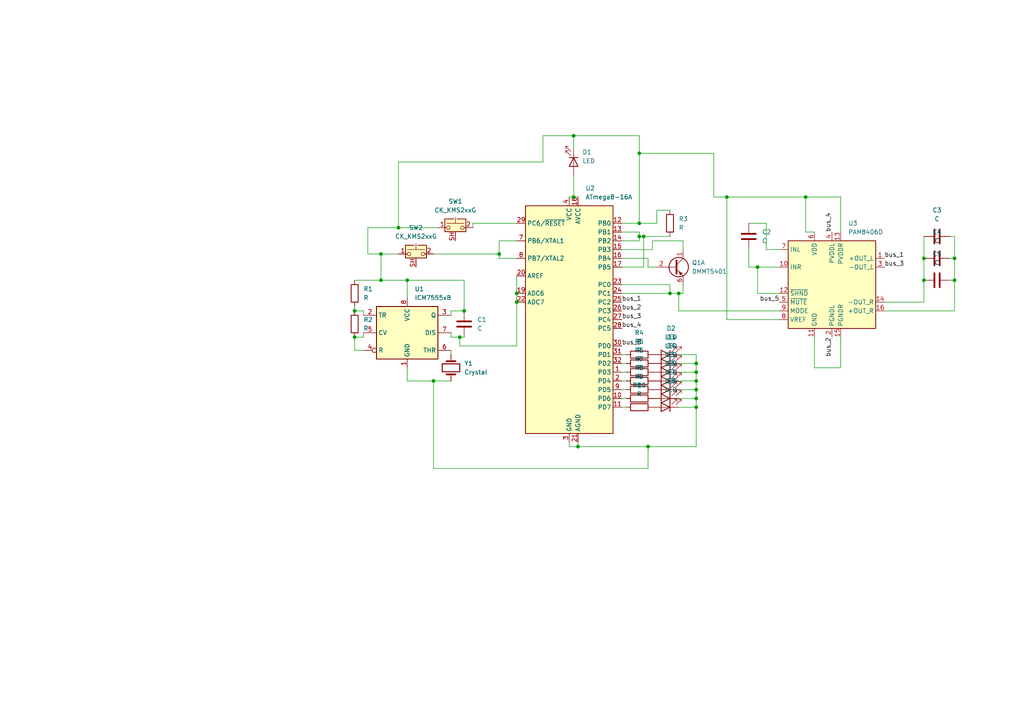
<source format=kicad_sch>
(kicad_sch (version 20250114) (generator "eeschema") (generator_version "9.0")
  (paper "A4")
  (lib_symbols
    (symbol "Amplifier_Audio:PAM8406D"
      (property "Reference" "U" (at -12.7 -15.24 0))
      (property "Value" "PAM8406D" (at -10.16 -17.78 0))
      (symbol "PAM8406D_0_1"
        (rectangle (start -12.7 12.7) (end 12.7 -12.7) (stroke (width 0.254)) (fill (type background)))
      )
      (symbol "PAM8406D_1_1"
        (pin input line (at -15.24 10.16 0) (length 2.54) (name "INL") (number "7"))
        (pin input line (at -15.24 5.08 0) (length 2.54) (name "INR") (number "10"))
        (pin input line (at -15.24 -2.54 0) (length 2.54) (name "~{SHND}") (number "12"))
        (pin input line (at -15.24 -5.08 0) (length 2.54) (name "~{MUTE}") (number "5"))
        (pin input line (at -15.24 -7.62 0) (length 2.54) (name "MODE") (number "9"))
        (pin passive line (at -15.24 -10.16 0) (length 2.54) (name "VREF") (number "8"))
        (pin power_in line (at -5.08 15.24 270) (length 2.54) (name "VDD") (number "6"))
        (pin power_in line (at -5.08 -15.24 90) (length 2.54) (name "GND") (number "11"))
        (pin power_in line (at 0 15.24 270) (length 2.54) (name "PVDDL") (number "4"))
        (pin power_in line (at 0 -15.24 90) (length 2.54) (name "PGNDL") (number "2"))
        (pin power_in line (at 2.54 15.24 270) (length 2.54) (name "PVDDR") (number "13"))
        (pin power_in line (at 2.54 -15.24 90) (length 2.54) (name "PGNDR") (number "15"))
        (pin output line (at 15.24 7.62 180) (length 2.54) (name "+OUT_L") (number "1"))
        (pin output line (at 15.24 5.08 180) (length 2.54) (name "-OUT_L") (number "3"))
        (pin output line (at 15.24 -5.08 180) (length 2.54) (name "-OUT_R") (number "14"))
        (pin output line (at 15.24 -7.62 180) (length 2.54) (name "+OUT_R") (number "16"))
      )
    )
    (symbol "Device:C" (pin_numbers (hide yes)) (pin_names (offset 0.254))
      (property "Reference" "C" (at 0.635 2.54 0))
      (property "Value" "C" (at 0.635 -2.54 0))
      (symbol "C_0_1"
        (polyline (pts (xy -2.032 0.762) (xy 2.032 0.762)) (stroke (width 0.508)))
        (polyline (pts (xy -2.032 -0.762) (xy 2.032 -0.762)) (stroke (width 0.508)))
      )
      (symbol "C_1_1"
        (pin passive line (at 0 3.81 270) (length 2.794) (name "~") (number "1"))
        (pin passive line (at 0 -3.81 90) (length 2.794) (name "~") (number "2"))
      )
    )
    (symbol "Device:Crystal" (pin_numbers (hide yes)) (pin_names (offset 1.016) (hide yes))
      (property "Reference" "Y" (at 0 3.81 0))
      (property "Value" "Crystal" (at 0 -3.81 0))
      (symbol "Crystal_0_1"
        (polyline (pts (xy -2.54 0) (xy -1.905 0)))
        (polyline (pts (xy -1.905 -1.27) (xy -1.905 1.27)) (stroke (width 0.508)))
        (rectangle (start -1.143 2.54) (end 1.143 -2.54) (stroke (width 0.3048)))
        (polyline (pts (xy 1.905 -1.27) (xy 1.905 1.27)) (stroke (width 0.508)))
        (polyline (pts (xy 2.54 0) (xy 1.905 0)))
      )
      (symbol "Crystal_1_1"
        (pin passive line (at -3.81 0 0) (length 1.27) (name "1") (number "1"))
        (pin passive line (at 3.81 0 180) (length 1.27) (name "2") (number "2"))
      )
    )
    (symbol "Device:LED" (pin_numbers (hide yes)) (pin_names (offset 1.016) (hide yes))
      (property "Reference" "D" (at 0 2.54 0))
      (property "Value" "LED" (at 0 -2.54 0))
      (symbol "LED_0_1"
        (polyline (pts (xy -3.048 -0.762) (xy -4.572 -2.286) (xy -3.81 -2.286) (xy -4.572 -2.286) (xy -4.572 -1.524)))
        (polyline (pts (xy -1.778 -0.762) (xy -3.302 -2.286) (xy -2.54 -2.286) (xy -3.302 -2.286) (xy -3.302 -1.524)))
        (polyline (pts (xy -1.27 0) (xy 1.27 0)))
        (polyline (pts (xy -1.27 -1.27) (xy -1.27 1.27)) (stroke (width 0.254)))
        (polyline (pts (xy 1.27 -1.27) (xy 1.27 1.27) (xy -1.27 0) (xy 1.27 -1.27)) (stroke (width 0.254)))
      )
      (symbol "LED_1_1"
        (pin passive line (at -3.81 0 0) (length 2.54) (name "K") (number "1"))
        (pin passive line (at 3.81 0 180) (length 2.54) (name "A") (number "2"))
      )
    )
    (symbol "Device:R" (pin_numbers (hide yes)) (pin_names (offset 0))
      (property "Reference" "R" (at 2.032 0 90))
      (property "Value" "R" (at 0 0 90))
      (symbol "R_0_1"
        (rectangle (start -1.016 -2.54) (end 1.016 2.54) (stroke (width 0.254)))
      )
      (symbol "R_1_1"
        (pin passive line (at 0 3.81 270) (length 1.27) (name "~") (number "1"))
        (pin passive line (at 0 -3.81 90) (length 1.27) (name "~") (number "2"))
      )
    )
    (symbol "MCU_Microchip_ATmega:ATmega8-16A"
      (property "Reference" "U" (at -12.7 34.29 0))
      (property "Value" "ATmega8-16A" (at 5.08 -34.29 0))
      (symbol "ATmega8-16A_0_1"
        (rectangle (start -12.7 -33.02) (end 12.7 33.02) (stroke (width 0.254)) (fill (type background)))
      )
      (symbol "ATmega8-16A_1_1"
        (pin bidirectional line (at -15.24 27.94 0) (length 2.54) (name "PC6/~{RESET}") (number "29"))
        (pin bidirectional line (at -15.24 22.86 0) (length 2.54) (name "PB6/XTAL1") (number "7"))
        (pin bidirectional line (at -15.24 17.78 0) (length 2.54) (name "PB7/XTAL2") (number "8"))
        (pin passive line (at -15.24 12.7 0) (length 2.54) (name "AREF") (number "20"))
        (pin input line (at -15.24 7.62 0) (length 2.54) (name "ADC6") (number "19"))
        (pin input line (at -15.24 5.08 0) (length 2.54) (name "ADC7") (number "22"))
        (pin power_in line (at 0 35.56 270) (length 2.54) (name "VCC") (number "4"))
        (pin passive line (at 0 35.56 270) (length 2.54) (hide yes) (name "VCC") (number "6"))
        (pin power_in line (at 0 -35.56 90) (length 2.54) (name "GND") (number "3"))
        (pin passive line (at 0 -35.56 90) (length 2.54) (hide yes) (name "GND") (number "5"))
        (pin power_in line (at 2.54 35.56 270) (length 2.54) (name "AVCC") (number "18"))
        (pin power_in line (at 2.54 -35.56 90) (length 2.54) (name "AGND") (number "21"))
        (pin bidirectional line (at 15.24 27.94 180) (length 2.54) (name "PB0") (number "12"))
        (pin bidirectional line (at 15.24 25.4 180) (length 2.54) (name "PB1") (number "13"))
        (pin bidirectional line (at 15.24 22.86 180) (length 2.54) (name "PB2") (number "14"))
        (pin bidirectional line (at 15.24 20.32 180) (length 2.54) (name "PB3") (number "15"))
        (pin bidirectional line (at 15.24 17.78 180) (length 2.54) (name "PB4") (number "16"))
        (pin bidirectional line (at 15.24 15.24 180) (length 2.54) (name "PB5") (number "17"))
        (pin bidirectional line (at 15.24 10.16 180) (length 2.54) (name "PC0") (number "23"))
        (pin bidirectional line (at 15.24 7.62 180) (length 2.54) (name "PC1") (number "24"))
        (pin bidirectional line (at 15.24 5.08 180) (length 2.54) (name "PC2") (number "25"))
        (pin bidirectional line (at 15.24 2.54 180) (length 2.54) (name "PC3") (number "26"))
        (pin bidirectional line (at 15.24 0 180) (length 2.54) (name "PC4") (number "27"))
        (pin bidirectional line (at 15.24 -2.54 180) (length 2.54) (name "PC5") (number "28"))
        (pin bidirectional line (at 15.24 -7.62 180) (length 2.54) (name "PD0") (number "30"))
        (pin bidirectional line (at 15.24 -10.16 180) (length 2.54) (name "PD1") (number "31"))
        (pin bidirectional line (at 15.24 -12.7 180) (length 2.54) (name "PD2") (number "32"))
        (pin bidirectional line (at 15.24 -15.24 180) (length 2.54) (name "PD3") (number "1"))
        (pin bidirectional line (at 15.24 -17.78 180) (length 2.54) (name "PD4") (number "2"))
        (pin bidirectional line (at 15.24 -20.32 180) (length 2.54) (name "PD5") (number "9"))
        (pin bidirectional line (at 15.24 -22.86 180) (length 2.54) (name "PD6") (number "10"))
        (pin bidirectional line (at 15.24 -25.4 180) (length 2.54) (name "PD7") (number "11"))
      )
    )
    (symbol "Switch:CK_KMS2xxG" (pin_names (offset 1.016) (hide yes))
      (property "Reference" "SW" (at 4.318 2.032 0))
      (property "Value" "CK_KMS2xxG" (at 0 4.572 0))
      (symbol "CK_KMS2xxG_0_1"
        (circle (center -2.032 0) (radius 0.508))
        (polyline (pts (xy 0 1.27) (xy 0 3.048)))
        (polyline (pts (xy 0.508 2.54) (xy 3.048 2.54) (xy 3.048 -1.143) (xy -3.048 -1.143) (xy -3.048 2.54) (xy -0.508 2.54)) (stroke (width -0.0254)))
        (polyline (pts (xy 0.508 2.54) (xy 3.048 2.54) (xy 3.048 -1.143) (xy -3.048 -1.143) (xy -3.048 2.54) (xy -0.508 2.54)) (stroke (width 0.254)))
        (circle (center 2.032 0) (radius 0.508))
        (polyline (pts (xy 2.54 1.27) (xy -2.54 1.27)))
        (pin passive line (at -5.08 0 0) (length 2.54) (name "1") (number "1"))
        (pin passive line (at 5.08 0 180) (length 2.54) (name "2") (number "2"))
      )
      (symbol "CK_KMS2xxG_1_1"
        (rectangle (start -3.048 2.54) (end 3.048 -1.27) (stroke (width -0.0254)) (fill (type background)))
        (pin passive line (at 0 -3.81 90) (length 2.54) (name "B") (number "SH"))
      )
    )
    (symbol "Timer:ICM7555xB"
      (property "Reference" "U" (at -10.16 8.89 0))
      (property "Value" "ICM7555xB" (at 2.54 8.89 0))
      (symbol "ICM7555xB_0_0"
        (pin power_in line (at 0 10.16 270) (length 2.54) (name "VCC") (number "8"))
        (pin power_in line (at 0 -10.16 90) (length 2.54) (name "GND") (number "1"))
      )
      (symbol "ICM7555xB_0_1"
        (rectangle (start -8.89 -7.62) (end 8.89 7.62) (stroke (width 0.254)) (fill (type background)))
        (rectangle (start -8.89 -7.62) (end 8.89 7.62) (stroke (width 0.254)) (fill (type background)))
      )
      (symbol "ICM7555xB_1_1"
        (pin input line (at -12.7 5.08 0) (length 3.81) (name "TR") (number "2"))
        (pin input line (at -12.7 0 0) (length 3.81) (name "CV") (number "5"))
        (pin input inverted (at -12.7 -5.08 0) (length 3.81) (name "R") (number "4"))
        (pin output line (at 12.7 5.08 180) (length 3.81) (name "Q") (number "3"))
        (pin input line (at 12.7 0 180) (length 3.81) (name "DIS") (number "7"))
        (pin input line (at 12.7 -5.08 180) (length 3.81) (name "THR") (number "6"))
      )
    )
    (symbol "Transistor_BJT:DMMT5401" (pin_names (offset 0) (hide yes))
      (property "Reference" "Q" (at 5.08 1.27 0))
      (property "Value" "DMMT5401" (at 5.08 -1.27 0))
      (symbol "DMMT5401_0_1"
        (polyline (pts (xy 0.635 1.905) (xy 0.635 -1.905)) (stroke (width 0.508)))
        (polyline (pts (xy 0.635 0.635) (xy 2.54 2.54)))
        (polyline (pts (xy 0.635 0) (xy -2.54 0)))
        (polyline (pts (xy 0.635 -0.635) (xy 2.54 -2.54)))
        (circle (center 1.27 0) (radius 2.8194) (stroke (width 0.254)))
        (polyline (pts (xy 2.286 -1.778) (xy 1.778 -2.286) (xy 1.27 -1.27) (xy 2.286 -1.778)) (fill (type outline)))
      )
      (symbol "DMMT5401_1_1"
        (pin input line (at -5.08 0 0) (length 2.54) (name "B1") (number "2"))
        (pin passive line (at 2.54 5.08 270) (length 2.54) (name "C1") (number "1"))
        (pin passive line (at 2.54 -5.08 90) (length 2.54) (name "E1") (number "6"))
      )
      (symbol "DMMT5401_2_1"
        (pin input line (at -5.08 0 0) (length 2.54) (name "B2") (number "3"))
        (pin passive line (at 2.54 5.08 270) (length 2.54) (name "C2") (number "4"))
        (pin passive line (at 2.54 -5.08 90) (length 2.54) (name "E2") (number "5"))
      )
    )
  )
  (junction (at 276.86 74.93))
  (junction (at 219.71 77.47))
  (junction (at 118.11 81.28))
  (junction (at 185.42 64.77))
  (junction (at 133.35 97.79))
  (junction (at 201.93 115.57))
  (junction (at 167.64 129.54))
  (junction (at 267.97 81.28))
  (junction (at 102.87 90.17))
  (junction (at 149.86 87.63))
  (junction (at 201.93 105.41))
  (junction (at 210.82 57.15))
  (junction (at 194.31 85.09))
  (junction (at 186.69 68.58))
  (junction (at 201.93 107.95))
  (junction (at 187.96 129.54))
  (junction (at 144.78 73.66))
  (junction (at 267.97 74.93))
  (junction (at 185.42 44.45))
  (junction (at 233.68 57.15))
  (junction (at 134.62 90.17))
  (junction (at 276.86 81.28))
  (junction (at 115.57 66.04))
  (junction (at 201.93 110.49))
  (junction (at 110.49 81.28))
  (junction (at 185.42 68.58))
  (junction (at 196.85 85.09))
  (junction (at 201.93 113.03))
  (junction (at 102.87 97.79))
  (junction (at 110.49 73.66))
  (junction (at 166.37 39.37))
  (junction (at 149.86 85.09))
  (junction (at 166.37 57.15))
  (junction (at 201.93 118.11))
  (junction (at 125.73 110.49))
  (wire (pts (xy 130.81 97.79) (xy 130.81 96.52)))
  (wire (pts (xy 166.37 57.15) (xy 167.64 57.15)))
  (wire (pts (xy 222.25 72.39) (xy 222.25 64.77)))
  (wire (pts (xy 196.85 85.09) (xy 194.31 85.09)))
  (wire (pts (xy 115.57 66.04) (xy 115.57 46.99)))
  (wire (pts (xy 180.34 110.49) (xy 181.61 110.49)))
  (wire (pts (xy 217.17 64.77) (xy 222.25 64.77)))
  (wire (pts (xy 217.17 72.39) (xy 217.17 77.47)))
  (wire (pts (xy 196.85 110.49) (xy 201.93 110.49)))
  (wire (pts (xy 226.06 92.71) (xy 210.82 92.71)))
  (wire (pts (xy 243.84 67.31) (xy 243.84 57.15)))
  (wire (pts (xy 144.78 69.85) (xy 144.78 73.66)))
  (wire (pts (xy 201.93 107.95) (xy 201.93 110.49)))
  (wire (pts (xy 185.42 44.45) (xy 185.42 64.77)))
  (wire (pts (xy 149.86 74.93) (xy 144.78 74.93)))
  (wire (pts (xy 196.85 102.87) (xy 201.93 102.87)))
  (wire (pts (xy 201.93 129.54) (xy 187.96 129.54)))
  (wire (pts (xy 166.37 50.8) (xy 166.37 57.15)))
  (wire (pts (xy 106.68 66.04) (xy 106.68 73.66)))
  (wire (pts (xy 149.86 80.01) (xy 149.86 85.09)))
  (wire (pts (xy 185.42 39.37) (xy 185.42 44.45)))
  (wire (pts (xy 198.12 69.85) (xy 198.12 72.39)))
  (wire (pts (xy 186.69 68.58) (xy 185.42 68.58)))
  (wire (pts (xy 190.5 60.96) (xy 194.31 60.96)))
  (wire (pts (xy 180.34 113.03) (xy 181.61 113.03)))
  (wire (pts (xy 207.01 57.15) (xy 207.01 44.45)))
  (wire (pts (xy 243.84 106.68) (xy 243.84 97.79)))
  (wire (pts (xy 180.34 69.85) (xy 185.42 69.85)))
  (wire (pts (xy 190.5 77.47) (xy 187.96 77.47)))
  (wire (pts (xy 190.5 64.77) (xy 190.5 60.96)))
  (wire (pts (xy 198.12 82.55) (xy 198.12 85.09)))
  (wire (pts (xy 105.41 90.17) (xy 102.87 90.17)))
  (wire (pts (xy 102.87 97.79) (xy 102.87 101.6)))
  (wire (pts (xy 185.42 67.31) (xy 180.34 67.31)))
  (wire (pts (xy 149.86 87.63) (xy 149.86 100.33)))
  (wire (pts (xy 201.93 110.49) (xy 201.93 113.03)))
  (wire (pts (xy 196.85 118.11) (xy 201.93 118.11)))
  (wire (pts (xy 201.93 102.87) (xy 201.93 105.41)))
  (wire (pts (xy 276.86 74.93) (xy 276.86 81.28)))
  (wire (pts (xy 118.11 81.28) (xy 134.62 81.28)))
  (wire (pts (xy 219.71 77.47) (xy 226.06 77.47)))
  (wire (pts (xy 166.37 43.18) (xy 166.37 39.37)))
  (wire (pts (xy 196.85 115.57) (xy 201.93 115.57)))
  (wire (pts (xy 125.73 73.66) (xy 144.78 73.66)))
  (wire (pts (xy 102.87 97.79) (xy 105.41 97.79)))
  (wire (pts (xy 110.49 73.66) (xy 115.57 73.66)))
  (wire (pts (xy 194.31 68.58) (xy 186.69 68.58)))
  (wire (pts (xy 130.81 110.49) (xy 125.73 110.49)))
  (wire (pts (xy 167.64 128.27) (xy 167.64 129.54)))
  (wire (pts (xy 180.34 82.55) (xy 194.31 82.55)))
  (wire (pts (xy 125.73 110.49) (xy 118.11 110.49)))
  (wire (pts (xy 180.34 118.11) (xy 181.61 118.11)))
  (wire (pts (xy 102.87 101.6) (xy 105.41 101.6)))
  (wire (pts (xy 187.96 74.93) (xy 180.34 74.93)))
  (wire (pts (xy 167.64 129.54) (xy 165.1 129.54)))
  (wire (pts (xy 256.54 87.63) (xy 267.97 87.63)))
  (wire (pts (xy 194.31 82.55) (xy 194.31 85.09)))
  (wire (pts (xy 115.57 66.04) (xy 106.68 66.04)))
  (wire (pts (xy 194.31 85.09) (xy 180.34 85.09)))
  (wire (pts (xy 180.34 72.39) (xy 189.23 72.39)))
  (wire (pts (xy 226.06 90.17) (xy 196.85 90.17)))
  (wire (pts (xy 233.68 57.15) (xy 233.68 67.31)))
  (wire (pts (xy 233.68 57.15) (xy 210.82 57.15)))
  (wire (pts (xy 125.73 135.89) (xy 187.96 135.89)))
  (wire (pts (xy 201.93 105.41) (xy 201.93 107.95)))
  (wire (pts (xy 149.86 64.77) (xy 137.16 64.77)))
  (wire (pts (xy 243.84 57.15) (xy 233.68 57.15)))
  (wire (pts (xy 137.16 64.77) (xy 137.16 66.04)))
  (wire (pts (xy 102.87 81.28) (xy 110.49 81.28)))
  (wire (pts (xy 189.23 72.39) (xy 189.23 69.85)))
  (wire (pts (xy 180.34 77.47) (xy 186.69 77.47)))
  (wire (pts (xy 180.34 102.87) (xy 181.61 102.87)))
  (wire (pts (xy 267.97 74.93) (xy 267.97 81.28)))
  (wire (pts (xy 236.22 97.79) (xy 236.22 106.68)))
  (wire (pts (xy 144.78 73.66) (xy 144.78 74.93)))
  (wire (pts (xy 219.71 77.47) (xy 219.71 85.09)))
  (wire (pts (xy 196.85 90.17) (xy 196.85 85.09)))
  (wire (pts (xy 102.87 88.9) (xy 102.87 90.17)))
  (wire (pts (xy 180.34 115.57) (xy 181.61 115.57)))
  (wire (pts (xy 105.41 91.44) (xy 105.41 90.17)))
  (wire (pts (xy 201.93 113.03) (xy 201.93 115.57)))
  (wire (pts (xy 187.96 129.54) (xy 187.96 135.89)))
  (wire (pts (xy 110.49 73.66) (xy 110.49 81.28)))
  (wire (pts (xy 189.23 69.85) (xy 198.12 69.85)))
  (wire (pts (xy 276.86 68.58) (xy 276.86 74.93)))
  (wire (pts (xy 118.11 110.49) (xy 118.11 106.68)))
  (wire (pts (xy 187.96 77.47) (xy 187.96 74.93)))
  (wire (pts (xy 149.86 100.33) (xy 133.35 100.33)))
  (wire (pts (xy 110.49 81.28) (xy 118.11 81.28)))
  (wire (pts (xy 149.86 85.09) (xy 149.86 87.63)))
  (wire (pts (xy 267.97 81.28) (xy 267.97 87.63)))
  (wire (pts (xy 201.93 118.11) (xy 201.93 129.54)))
  (wire (pts (xy 118.11 86.36) (xy 118.11 81.28)))
  (wire (pts (xy 185.42 68.58) (xy 185.42 67.31)))
  (wire (pts (xy 105.41 96.52) (xy 105.41 97.79)))
  (wire (pts (xy 130.81 90.17) (xy 134.62 90.17)))
  (wire (pts (xy 196.85 105.41) (xy 201.93 105.41)))
  (wire (pts (xy 180.34 105.41) (xy 181.61 105.41)))
  (wire (pts (xy 180.34 107.95) (xy 181.61 107.95)))
  (wire (pts (xy 134.62 97.79) (xy 133.35 97.79)))
  (wire (pts (xy 166.37 39.37) (xy 185.42 39.37)))
  (wire (pts (xy 186.69 77.47) (xy 186.69 68.58)))
  (wire (pts (xy 196.85 107.95) (xy 201.93 107.95)))
  (wire (pts (xy 210.82 92.71) (xy 210.82 57.15)))
  (wire (pts (xy 236.22 106.68) (xy 243.84 106.68)))
  (wire (pts (xy 219.71 85.09) (xy 226.06 85.09)))
  (wire (pts (xy 157.48 46.99) (xy 157.48 39.37)))
  (wire (pts (xy 275.59 81.28) (xy 276.86 81.28)))
  (wire (pts (xy 133.35 100.33) (xy 133.35 97.79)))
  (wire (pts (xy 130.81 91.44) (xy 130.81 90.17)))
  (wire (pts (xy 210.82 57.15) (xy 207.01 57.15)))
  (wire (pts (xy 165.1 57.15) (xy 166.37 57.15)))
  (wire (pts (xy 165.1 129.54) (xy 165.1 128.27)))
  (wire (pts (xy 106.68 73.66) (xy 110.49 73.66)))
  (wire (pts (xy 185.42 69.85) (xy 185.42 68.58)))
  (wire (pts (xy 157.48 39.37) (xy 166.37 39.37)))
  (wire (pts (xy 217.17 77.47) (xy 219.71 77.47)))
  (wire (pts (xy 185.42 64.77) (xy 190.5 64.77)))
  (wire (pts (xy 198.12 85.09) (xy 196.85 85.09)))
  (wire (pts (xy 134.62 81.28) (xy 134.62 90.17)))
  (wire (pts (xy 127 66.04) (xy 115.57 66.04)))
  (wire (pts (xy 130.81 101.6) (xy 130.81 102.87)))
  (wire (pts (xy 275.59 68.58) (xy 276.86 68.58)))
  (wire (pts (xy 233.68 67.31) (xy 236.22 67.31)))
  (wire (pts (xy 115.57 46.99) (xy 157.48 46.99)))
  (wire (pts (xy 256.54 90.17) (xy 276.86 90.17)))
  (wire (pts (xy 201.93 115.57) (xy 201.93 118.11)))
  (wire (pts (xy 180.34 64.77) (xy 185.42 64.77)))
  (wire (pts (xy 187.96 129.54) (xy 167.64 129.54)))
  (wire (pts (xy 196.85 113.03) (xy 201.93 113.03)))
  (wire (pts (xy 226.06 72.39) (xy 222.25 72.39)))
  (wire (pts (xy 133.35 97.79) (xy 130.81 97.79)))
  (wire (pts (xy 275.59 74.93) (xy 276.86 74.93)))
  (wire (pts (xy 267.97 68.58) (xy 267.97 74.93)))
  (wire (pts (xy 207.01 44.45) (xy 185.42 44.45)))
  (wire (pts (xy 144.78 69.85) (xy 149.86 69.85)))
  (wire (pts (xy 276.86 81.28) (xy 276.86 90.17)))
  (wire (pts (xy 125.73 110.49) (xy 125.73 135.89)))
  (label "bus_5" (at 226.06 87.63 180))
  (label "bus_3" (at 256.54 77.47 0))
  (label "bus_4" (at 180.34 95.25 0))
  (label "bus_5" (at 180.34 100.33 0))
  (label "bus_4" (at 241.3 67.31 90))
  (label "bus_3" (at 180.34 92.71 0))
  (label "bus_2" (at 180.34 90.17 0))
  (label "bus_1" (at 256.54 74.93 0))
  (label "bus_2" (at 241.3 97.79 270))
  (label "bus_1" (at 180.34 87.63 0))
  (symbol (lib_id "Device:R") (at 185.42 102.87 90) (unit 1)
    (property "Reference" "R4" (at 185.42 96.52 90))
    (property "Value" "R" (at 185.42 99.06 90))
    (property "Footprint" "Resistor_SMD:R_0402_1005Metric" (effects (hide yes)))
    (property "Description" "Resistor" (effects (hide yes)))
  )
  (symbol (lib_id "Device:R") (at 102.87 85.09 0) (unit 1)
    (property "Reference" "R1" (at 105.41 83.8199 0) (effects (justify left)))
    (property "Value" "R" (at 105.41 86.3599 0) (effects (justify left)))
    (property "Footprint" "Resistor_SMD:R_0402_1005Metric" (effects (hide yes)))
    (property "Description" "Resistor" (effects (hide yes)))
  )
  (symbol (lib_id "Transistor_BJT:DMMT5401") (at 195.58 77.47 0) (unit 1)
    (property "Reference" "Q1" (at 200.66 76.1999 0) (effects (justify left)))
    (property "Value" "DMMT5401" (at 200.66 78.7399 0) (effects (justify left)))
    (property "Footprint" "Package_TO_SOT_SMD:SOT-23-6" (effects (hide yes)))
    (property "Datasheet" "https://www.diodes.com/assets/Datasheets/ds30437.pdf" (effects (hide yes)))
    (property "Description" "Dual PNP transistor, 6 pin package" (effects (hide yes)))
  )
  (symbol (lib_id "Device:C") (at 271.78 81.28 270) (unit 1)
    (property "Reference" "C5" (at 271.78 73.66 90))
    (property "Value" "C" (at 271.78 76.2 90))
    (property "Footprint" "Capacitor_SMD:C_1812_4532Metric" (effects (hide yes)))
    (property "Description" "Unpolarized capacitor" (effects (hide yes)))
  )
  (symbol (lib_id "Device:LED") (at 193.04 105.41 180) (unit 1)
    (property "Reference" "D3" (at 194.6275 97.79 0))
    (property "Value" "LED" (at 194.6275 100.33 0))
    (property "Footprint" "LED_SMD:LED_0805_2012Metric" (effects (hide yes)))
    (property "Description" "Light emitting diode" (effects (hide yes)))
    (property "Sim.Pins" "1=K 2=A" (effects (hide yes)))
  )
  (symbol (lib_id "Switch:CK_KMS2xxG") (at 120.65 73.66 0) (unit 1)
    (property "Reference" "SW2" (at 120.65 66.04 0))
    (property "Value" "CK_KMS2xxG" (at 120.65 68.58 0))
    (property "Footprint" "Button_Switch_SMD:SW_SPST_CK_KMS2xxGP" (effects (hide yes)))
    (property "Datasheet" "https://www.ckswitches.com/media/1482/kms.pdf" (effects (hide yes)))
    (property "Description" "Microminiature SMT Side Actuated, 4.2 x 2.8 x 1.42mm, without pegs, with shield pin" (effects (hide yes)))
  )
  (symbol (lib_id "Device:LED") (at 193.04 107.95 180) (unit 1)
    (property "Reference" "D4" (at 194.6275 100.33 0))
    (property "Value" "LED" (at 194.6275 102.87 0))
    (property "Footprint" "LED_SMD:LED_0805_2012Metric" (effects (hide yes)))
    (property "Description" "Light emitting diode" (effects (hide yes)))
    (property "Sim.Pins" "1=K 2=A" (effects (hide yes)))
  )
  (symbol (lib_id "Device:Crystal") (at 130.81 106.68 270) (unit 1)
    (property "Reference" "Y1" (at 134.62 105.4099 90) (effects (justify left)))
    (property "Value" "Crystal" (at 134.62 107.9499 90) (effects (justify left)))
    (property "Footprint" "Crystal:Crystal_SMD_0603-4Pin_6.0x3.5mm" (effects (hide yes)))
    (property "Description" "Two pin crystal" (effects (hide yes)))
  )
  (symbol (lib_id "Device:R") (at 102.87 93.98 0) (unit 1)
    (property "Reference" "R2" (at 105.41 92.7099 0) (effects (justify left)))
    (property "Value" "R" (at 105.41 95.2499 0) (effects (justify left)))
    (property "Footprint" "Resistor_SMD:R_0402_1005Metric" (effects (hide yes)))
    (property "Description" "Resistor" (effects (hide yes)))
  )
  (symbol (lib_id "Device:R") (at 185.42 115.57 90) (unit 1)
    (property "Reference" "R9" (at 185.42 109.22 90))
    (property "Value" "R" (at 185.42 111.76 90))
    (property "Footprint" "Resistor_SMD:R_0402_1005Metric" (effects (hide yes)))
    (property "Description" "Resistor" (effects (hide yes)))
  )
  (symbol (lib_id "Device:R") (at 185.42 118.11 90) (unit 1)
    (property "Reference" "R10" (at 185.42 111.76 90))
    (property "Value" "R" (at 185.42 114.3 90))
    (property "Footprint" "Resistor_SMD:R_0402_1005Metric" (effects (hide yes)))
    (property "Description" "Resistor" (effects (hide yes)))
  )
  (symbol (lib_id "Device:R") (at 185.42 113.03 90) (unit 1)
    (property "Reference" "R8" (at 185.42 106.68 90))
    (property "Value" "R" (at 185.42 109.22 90))
    (property "Footprint" "Resistor_SMD:R_0402_1005Metric" (effects (hide yes)))
    (property "Description" "Resistor" (effects (hide yes)))
  )
  (symbol (lib_id "Device:R") (at 185.42 110.49 90) (unit 1)
    (property "Reference" "R7" (at 185.42 104.14 90))
    (property "Value" "R" (at 185.42 106.68 90))
    (property "Footprint" "Resistor_SMD:R_0402_1005Metric" (effects (hide yes)))
    (property "Description" "Resistor" (effects (hide yes)))
  )
  (symbol (lib_id "Device:R") (at 185.42 107.95 90) (unit 1)
    (property "Reference" "R6" (at 185.42 101.6 90))
    (property "Value" "R" (at 185.42 104.14 90))
    (property "Footprint" "Resistor_SMD:R_0402_1005Metric" (effects (hide yes)))
    (property "Description" "Resistor" (effects (hide yes)))
  )
  (symbol (lib_id "Device:R") (at 194.31 64.77 0) (unit 1)
    (property "Reference" "R3" (at 196.85 63.4999 0) (effects (justify left)))
    (property "Value" "R" (at 196.85 66.0399 0) (effects (justify left)))
    (property "Footprint" "Resistor_SMD:R_0402_1005Metric" (effects (hide yes)))
    (property "Description" "Resistor" (effects (hide yes)))
  )
  (symbol (lib_id "Device:R") (at 185.42 105.41 90) (unit 1)
    (property "Reference" "R5" (at 185.42 99.06 90))
    (property "Value" "R" (at 185.42 101.6 90))
    (property "Footprint" "Resistor_SMD:R_0402_1005Metric" (effects (hide yes)))
    (property "Description" "Resistor" (effects (hide yes)))
  )
  (symbol (lib_id "MCU_Microchip_ATmega:ATmega8-16A") (at 165.1 92.71 0) (unit 1)
    (property "Reference" "U2" (at 169.7833 54.61 0) (effects (justify left)))
    (property "Value" "ATmega8-16A" (at 169.7833 57.15 0) (effects (justify left)))
    (property "Footprint" "Package_QFP:TQFP-32_7x7mm_P0.8mm" (effects (hide yes)))
    (property "Datasheet" "http://ww1.microchip.com/downloads/en/DeviceDoc/atmel-2486-8-bit-avr-microcontroller-atmega8_l_datasheet.pdf" (effects (hide yes)))
    (property "Description" "16MHz, 8kB Flash, 1kB SRAM, 512B EEPROM, TQFP-32" (effects (hide yes)))
  )
  (symbol (lib_id "Device:LED") (at 193.04 115.57 180) (unit 1)
    (property "Reference" "D7" (at 194.6275 107.95 0))
    (property "Value" "LED" (at 194.6275 110.49 0))
    (property "Footprint" "LED_SMD:LED_0805_2012Metric" (effects (hide yes)))
    (property "Description" "Light emitting diode" (effects (hide yes)))
    (property "Sim.Pins" "1=K 2=A" (effects (hide yes)))
  )
  (symbol (lib_id "Device:C") (at 271.78 68.58 270) (unit 1)
    (property "Reference" "C3" (at 271.78 60.96 90))
    (property "Value" "C" (at 271.78 63.5 90))
    (property "Footprint" "Capacitor_SMD:C_1812_4532Metric" (effects (hide yes)))
    (property "Description" "Unpolarized capacitor" (effects (hide yes)))
  )
  (symbol (lib_id "Timer:ICM7555xB") (at 118.11 96.52 0) (unit 1)
    (property "Reference" "U1" (at 120.2533 83.82 0) (effects (justify left)))
    (property "Value" "ICM7555xB" (at 120.2533 86.36 0) (effects (justify left)))
    (property "Footprint" "Package_SO:SOIC-8_3.9x4.9mm_P1.27mm" (effects (hide yes)))
    (property "Datasheet" "http://www.intersil.com/content/dam/Intersil/documents/icm7/icm7555-56.pdf" (effects (hide yes)))
    (property "Description" "CMOS General Purpose Timer, 555 compatible, SOIC-8" (effects (hide yes)))
  )
  (symbol (lib_id "Device:LED") (at 166.37 46.99 270) (unit 1)
    (property "Reference" "D1" (at 168.91 44.1324 90) (effects (justify left)))
    (property "Value" "LED" (at 168.91 46.6724 90) (effects (justify left)))
    (property "Footprint" "LED_SMD:LED_0805_2012Metric" (effects (hide yes)))
    (property "Description" "Light emitting diode" (effects (hide yes)))
    (property "Sim.Pins" "1=K 2=A" (effects (hide yes)))
  )
  (symbol (lib_id "Device:C") (at 217.17 68.58 0) (unit 1)
    (property "Reference" "C2" (at 220.98 67.3099 0) (effects (justify left)))
    (property "Value" "C" (at 220.98 69.8499 0) (effects (justify left)))
    (property "Footprint" "Capacitor_SMD:C_1812_4532Metric" (effects (hide yes)))
    (property "Description" "Unpolarized capacitor" (effects (hide yes)))
  )
  (symbol (lib_id "Device:LED") (at 193.04 113.03 180) (unit 1)
    (property "Reference" "D6" (at 194.6275 105.41 0))
    (property "Value" "LED" (at 194.6275 107.95 0))
    (property "Footprint" "LED_SMD:LED_0805_2012Metric" (effects (hide yes)))
    (property "Description" "Light emitting diode" (effects (hide yes)))
    (property "Sim.Pins" "1=K 2=A" (effects (hide yes)))
  )
  (symbol (lib_id "Switch:CK_KMS2xxG") (at 132.08 66.04 0) (unit 1)
    (property "Reference" "SW1" (at 132.08 58.42 0))
    (property "Value" "CK_KMS2xxG" (at 132.08 60.96 0))
    (property "Footprint" "Button_Switch_SMD:SW_SPST_CK_KMS2xxGP" (effects (hide yes)))
    (property "Datasheet" "https://www.ckswitches.com/media/1482/kms.pdf" (effects (hide yes)))
    (property "Description" "Microminiature SMT Side Actuated, 4.2 x 2.8 x 1.42mm, without pegs, with shield pin" (effects (hide yes)))
  )
  (symbol (lib_id "Device:LED") (at 193.04 102.87 180) (unit 1)
    (property "Reference" "D2" (at 194.6275 95.25 0))
    (property "Value" "LED" (at 194.6275 97.79 0))
    (property "Footprint" "LED_SMD:LED_0805_2012Metric" (effects (hide yes)))
    (property "Description" "Light emitting diode" (effects (hide yes)))
    (property "Sim.Pins" "1=K 2=A" (effects (hide yes)))
  )
  (symbol (lib_id "Device:LED") (at 193.04 110.49 180) (unit 1)
    (property "Reference" "D5" (at 194.6275 102.87 0))
    (property "Value" "LED" (at 194.6275 105.41 0))
    (property "Footprint" "LED_SMD:LED_0805_2012Metric" (effects (hide yes)))
    (property "Description" "Light emitting diode" (effects (hide yes)))
    (property "Sim.Pins" "1=K 2=A" (effects (hide yes)))
  )
  (symbol (lib_id "Device:C") (at 134.62 93.98 0) (unit 1)
    (property "Reference" "C1" (at 138.43 92.7099 0) (effects (justify left)))
    (property "Value" "C" (at 138.43 95.2499 0) (effects (justify left)))
    (property "Footprint" "Capacitor_SMD:C_1812_4532Metric" (effects (hide yes)))
    (property "Description" "Unpolarized capacitor" (effects (hide yes)))
  )
  (symbol (lib_id "Device:LED") (at 193.04 118.11 180) (unit 1)
    (property "Reference" "D8" (at 194.6275 110.49 0))
    (property "Value" "LED" (at 194.6275 113.03 0))
    (property "Footprint" "LED_SMD:LED_0805_2012Metric" (effects (hide yes)))
    (property "Description" "Light emitting diode" (effects (hide yes)))
    (property "Sim.Pins" "1=K 2=A" (effects (hide yes)))
  )
  (symbol (lib_id "Device:C") (at 271.78 74.93 270) (unit 1)
    (property "Reference" "C4" (at 271.78 67.31 90))
    (property "Value" "C" (at 271.78 69.85 90))
    (property "Footprint" "Capacitor_SMD:C_1812_4532Metric" (effects (hide yes)))
    (property "Description" "Unpolarized capacitor" (effects (hide yes)))
  )
  (symbol (lib_id "Amplifier_Audio:PAM8406D") (at 241.3 82.55 0) (unit 1)
    (property "Reference" "U3" (at 245.9833 64.77 0) (effects (justify left)))
    (property "Value" "PAM8406D" (at 245.9833 67.31 0) (effects (justify left)))
    (property "Footprint" "Package_SO:SOIC-16_3.9x9.9mm_P1.27mm" (effects (hide yes)))
    (property "Datasheet" "https://www.diodes.com/assets/Datasheets/PAM8406.pdf" (effects (hide yes)))
    (property "Description" "5W Filterless Class-D / Class-AB Stereo Audio Amplifier, SOIC-16" (effects (hide yes)))
  )
)
</source>
